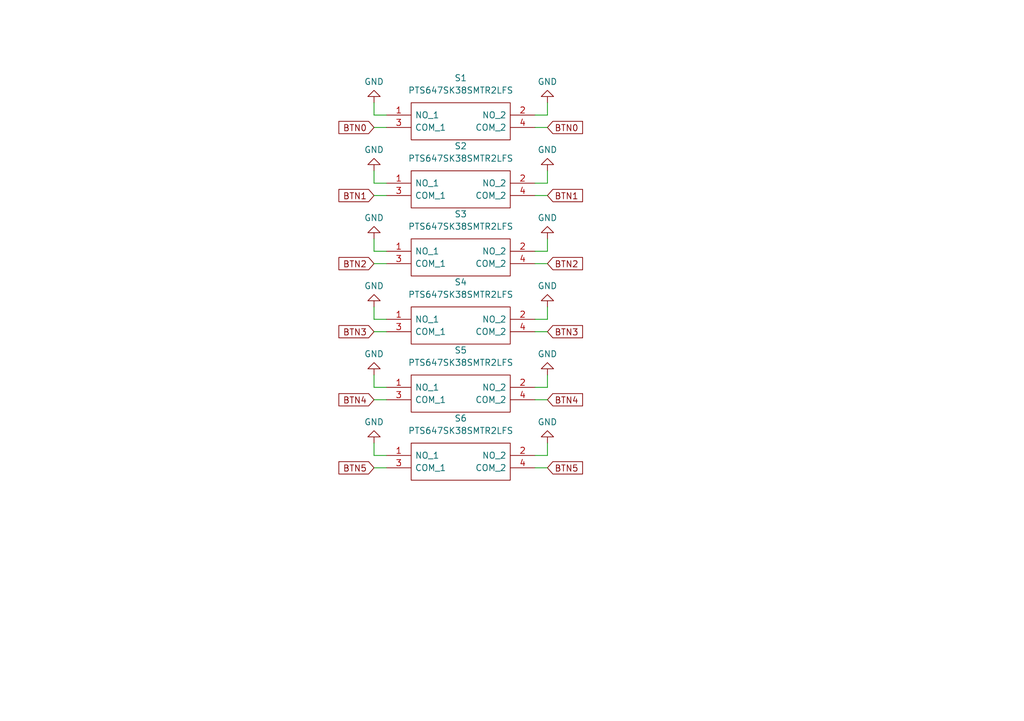
<source format=kicad_sch>
(kicad_sch (version 20230121) (generator eeschema)

  (uuid 071c0e49-9af2-4b6e-b723-dc6b5b3a4418)

  (paper "A5")

  (title_block
    (title "\"MicroKI\" - Digitale Zusatzanzeigen")
    (date "2023-12-09")
    (rev "P1.1")
    (company "Sascha Werblow aka. LitoWelt")
    (comment 1 "www.github.com/Xilent2010/MicroKI")
    (comment 2 "www.facebook.com/litowelt")
    (comment 3 "www.instagram.com/litowelt")
  )

  (lib_symbols
    (symbol "SamacSys_Parts:PTS647SK38SMTR2LFS" (pin_names (offset 0.762)) (in_bom yes) (on_board yes)
      (property "Reference" "S" (at 26.67 7.62 0)
        (effects (font (size 1.27 1.27)) (justify left))
      )
      (property "Value" "PTS647SK38SMTR2LFS" (at 26.67 5.08 0)
        (effects (font (size 1.27 1.27)) (justify left))
      )
      (property "Footprint" "PTS647SK38SMTR2LFS" (at 26.67 2.54 0)
        (effects (font (size 1.27 1.27)) (justify left) hide)
      )
      (property "Datasheet" "https://www.ckswitches.com/media/2567/pts647.pdf" (at 26.67 0 0)
        (effects (font (size 1.27 1.27)) (justify left) hide)
      )
      (property "Description" "Tactile Switches 50mA 12VDC, 2.5N 3.8mm H, G leads" (at 26.67 -2.54 0)
        (effects (font (size 1.27 1.27)) (justify left) hide)
      )
      (property "Height" "3.8" (at 26.67 -5.08 0)
        (effects (font (size 1.27 1.27)) (justify left) hide)
      )
      (property "Mouser Part Number" "611-PTS647SK38SMTR2L" (at 26.67 -7.62 0)
        (effects (font (size 1.27 1.27)) (justify left) hide)
      )
      (property "Mouser Price/Stock" "https://www.mouser.co.uk/ProductDetail/CK/PTS647SK38SMTR2LFS?qs=PqoDHHvF649Jgx1Ch2uMjg%3D%3D" (at 26.67 -10.16 0)
        (effects (font (size 1.27 1.27)) (justify left) hide)
      )
      (property "Manufacturer_Name" "C & K COMPONENTS" (at 26.67 -12.7 0)
        (effects (font (size 1.27 1.27)) (justify left) hide)
      )
      (property "Manufacturer_Part_Number" "PTS647SK38SMTR2LFS" (at 26.67 -15.24 0)
        (effects (font (size 1.27 1.27)) (justify left) hide)
      )
      (property "ki_description" "Tactile Switches 50mA 12VDC, 2.5N 3.8mm H, G leads" (at 0 0 0)
        (effects (font (size 1.27 1.27)) hide)
      )
      (symbol "PTS647SK38SMTR2LFS_0_0"
        (pin passive line (at 0 0 0) (length 5.08)
          (name "NO_1" (effects (font (size 1.27 1.27))))
          (number "1" (effects (font (size 1.27 1.27))))
        )
        (pin passive line (at 30.48 0 180) (length 5.08)
          (name "NO_2" (effects (font (size 1.27 1.27))))
          (number "2" (effects (font (size 1.27 1.27))))
        )
        (pin passive line (at 0 -2.54 0) (length 5.08)
          (name "COM_1" (effects (font (size 1.27 1.27))))
          (number "3" (effects (font (size 1.27 1.27))))
        )
        (pin passive line (at 30.48 -2.54 180) (length 5.08)
          (name "COM_2" (effects (font (size 1.27 1.27))))
          (number "4" (effects (font (size 1.27 1.27))))
        )
      )
      (symbol "PTS647SK38SMTR2LFS_0_1"
        (polyline
          (pts
            (xy 5.08 2.54)
            (xy 25.4 2.54)
            (xy 25.4 -5.08)
            (xy 5.08 -5.08)
            (xy 5.08 2.54)
          )
          (stroke (width 0.1524) (type solid))
          (fill (type none))
        )
      )
    )
    (symbol "power:GND" (power) (pin_names (offset 0)) (in_bom yes) (on_board yes)
      (property "Reference" "#PWR" (at 0 -6.35 0)
        (effects (font (size 1.27 1.27)) hide)
      )
      (property "Value" "GND" (at 0 -3.81 0)
        (effects (font (size 1.27 1.27)))
      )
      (property "Footprint" "" (at 0 0 0)
        (effects (font (size 1.27 1.27)) hide)
      )
      (property "Datasheet" "" (at 0 0 0)
        (effects (font (size 1.27 1.27)) hide)
      )
      (property "ki_keywords" "global power" (at 0 0 0)
        (effects (font (size 1.27 1.27)) hide)
      )
      (property "ki_description" "Power symbol creates a global label with name \"GND\" , ground" (at 0 0 0)
        (effects (font (size 1.27 1.27)) hide)
      )
      (symbol "GND_0_1"
        (polyline
          (pts
            (xy 0 0)
            (xy 0 -1.27)
            (xy 1.27 -1.27)
            (xy 0 -2.54)
            (xy -1.27 -1.27)
            (xy 0 -1.27)
          )
          (stroke (width 0) (type default))
          (fill (type none))
        )
      )
      (symbol "GND_1_1"
        (pin power_in line (at 0 0 270) (length 0) hide
          (name "GND" (effects (font (size 1.27 1.27))))
          (number "1" (effects (font (size 1.27 1.27))))
        )
      )
    )
  )


  (wire (pts (xy 112.268 49.022) (xy 112.268 51.562))
    (stroke (width 0) (type default))
    (uuid 044c4851-8340-4135-940a-ecab517fa654)
  )
  (wire (pts (xy 109.728 40.132) (xy 112.268 40.132))
    (stroke (width 0) (type default))
    (uuid 05084c41-f63e-446f-bec4-d83546883a2e)
  )
  (wire (pts (xy 112.268 90.932) (xy 112.268 93.472))
    (stroke (width 0) (type default))
    (uuid 150b37b9-a4c7-4036-81b3-71767896aadf)
  )
  (wire (pts (xy 109.728 54.102) (xy 112.268 54.102))
    (stroke (width 0) (type default))
    (uuid 1aaf6489-bc01-4b2c-8af1-62bbd79832fa)
  )
  (wire (pts (xy 76.708 96.012) (xy 79.248 96.012))
    (stroke (width 0) (type default))
    (uuid 21db772a-b2b7-4dfb-ba40-70f1cf555bea)
  )
  (wire (pts (xy 76.708 65.532) (xy 79.248 65.532))
    (stroke (width 0) (type default))
    (uuid 23e9e032-eb69-4cf6-98ab-b50484862307)
  )
  (wire (pts (xy 109.728 96.012) (xy 112.268 96.012))
    (stroke (width 0) (type default))
    (uuid 23eb7f95-10fe-4dbd-98a9-bde3b0d5dfe2)
  )
  (wire (pts (xy 76.708 23.622) (xy 79.248 23.622))
    (stroke (width 0) (type default))
    (uuid 250cee4c-d703-446a-ae7c-9ef880e4a55f)
  )
  (wire (pts (xy 76.708 51.562) (xy 79.248 51.562))
    (stroke (width 0) (type default))
    (uuid 291b9169-69b1-4778-bc9b-38ea3e6fdc0c)
  )
  (wire (pts (xy 76.708 93.472) (xy 79.248 93.472))
    (stroke (width 0) (type default))
    (uuid 33dd9efc-8a09-4f2a-b900-9601065265d7)
  )
  (wire (pts (xy 76.708 90.932) (xy 76.708 93.472))
    (stroke (width 0) (type default))
    (uuid 3741554f-35fa-44b4-bcc6-b0f55761e7e7)
  )
  (wire (pts (xy 109.728 65.532) (xy 112.268 65.532))
    (stroke (width 0) (type default))
    (uuid 42843507-3228-4f80-a6ff-238744a530b3)
  )
  (wire (pts (xy 76.708 68.072) (xy 79.248 68.072))
    (stroke (width 0) (type default))
    (uuid 447cd6ec-a838-4d23-b658-f6961ee28d4e)
  )
  (wire (pts (xy 109.728 79.502) (xy 112.268 79.502))
    (stroke (width 0) (type default))
    (uuid 4b092dfa-280c-4bff-b7db-4b4114924f3e)
  )
  (wire (pts (xy 76.708 26.162) (xy 79.248 26.162))
    (stroke (width 0) (type default))
    (uuid 5a065df7-5f58-43b9-9af3-73bdf2b2c263)
  )
  (wire (pts (xy 109.728 37.592) (xy 112.268 37.592))
    (stroke (width 0) (type default))
    (uuid 5ac8bf10-32b0-497b-b9fd-92a2eb3a3155)
  )
  (wire (pts (xy 109.728 26.162) (xy 112.268 26.162))
    (stroke (width 0) (type default))
    (uuid 65854866-f475-4b40-a497-7e22369bf277)
  )
  (wire (pts (xy 109.728 51.562) (xy 112.268 51.562))
    (stroke (width 0) (type default))
    (uuid 7adf3d48-60d3-4a58-8c76-cb933255e1e0)
  )
  (wire (pts (xy 109.728 68.072) (xy 112.268 68.072))
    (stroke (width 0) (type default))
    (uuid 7bc48edb-7818-472a-b016-2f0ab8cf19fa)
  )
  (wire (pts (xy 112.268 76.962) (xy 112.268 79.502))
    (stroke (width 0) (type default))
    (uuid 7c3eaa43-6f27-4659-a0c2-0f40b8d1852e)
  )
  (wire (pts (xy 109.728 23.622) (xy 112.268 23.622))
    (stroke (width 0) (type default))
    (uuid 7c6f40b2-3103-4faa-a486-7038db50001e)
  )
  (wire (pts (xy 112.268 21.082) (xy 112.268 23.622))
    (stroke (width 0) (type default))
    (uuid 8130b5d3-4b9a-44df-ab81-c4022cf14a1e)
  )
  (wire (pts (xy 76.708 76.962) (xy 76.708 79.502))
    (stroke (width 0) (type default))
    (uuid 8bfce9e1-42b3-4cd7-be01-39c6291d830c)
  )
  (wire (pts (xy 109.728 93.472) (xy 112.268 93.472))
    (stroke (width 0) (type default))
    (uuid 9601492a-9d80-4603-815a-11f236696c2d)
  )
  (wire (pts (xy 76.708 40.132) (xy 79.248 40.132))
    (stroke (width 0) (type default))
    (uuid 9c04e1b3-c62f-4730-88cf-780cd7fe9128)
  )
  (wire (pts (xy 109.728 82.042) (xy 112.268 82.042))
    (stroke (width 0) (type default))
    (uuid a4228d93-8ffe-43cb-8169-b26de72ced21)
  )
  (wire (pts (xy 76.708 49.022) (xy 76.708 51.562))
    (stroke (width 0) (type default))
    (uuid a59ebe1d-2622-4a89-8d46-fe0aa14e9066)
  )
  (wire (pts (xy 76.708 37.592) (xy 79.248 37.592))
    (stroke (width 0) (type default))
    (uuid be0ff5ad-1dc4-47c6-b976-73d4f63a07f0)
  )
  (wire (pts (xy 76.708 62.992) (xy 76.708 65.532))
    (stroke (width 0) (type default))
    (uuid c6e51f59-ca81-491a-b315-3b12cff957e7)
  )
  (wire (pts (xy 76.708 54.102) (xy 79.248 54.102))
    (stroke (width 0) (type default))
    (uuid d954c7e6-c37b-4337-bfd1-e1f713585234)
  )
  (wire (pts (xy 76.708 79.502) (xy 79.248 79.502))
    (stroke (width 0) (type default))
    (uuid da91612f-7176-458c-ae28-b81844775ca3)
  )
  (wire (pts (xy 112.268 62.992) (xy 112.268 65.532))
    (stroke (width 0) (type default))
    (uuid ddcbd40e-841f-4063-aab1-b85ed5dbdb5f)
  )
  (wire (pts (xy 76.708 82.042) (xy 79.248 82.042))
    (stroke (width 0) (type default))
    (uuid e693d00a-90aa-4f61-8ba8-90755e5a7f26)
  )
  (wire (pts (xy 76.708 35.052) (xy 76.708 37.592))
    (stroke (width 0) (type default))
    (uuid ead9cd4f-9634-4b12-bf67-11471b164d69)
  )
  (wire (pts (xy 112.268 35.052) (xy 112.268 37.592))
    (stroke (width 0) (type default))
    (uuid fb755c75-8785-44f0-ac85-915ae2d7e7bf)
  )
  (wire (pts (xy 76.708 21.082) (xy 76.708 23.622))
    (stroke (width 0) (type default))
    (uuid fd303f56-6950-4ec1-a11c-a91a83be434a)
  )

  (global_label "BTN4" (shape input) (at 76.708 82.042 180) (fields_autoplaced)
    (effects (font (size 1.27 1.27)) (justify right))
    (uuid 02f6de7d-cd5b-4cec-9b16-1d75bedfa7cc)
    (property "Intersheetrefs" "${INTERSHEET_REFS}" (at 68.9452 82.042 0)
      (effects (font (size 1.27 1.27)) (justify right) hide)
    )
  )
  (global_label "BTN1" (shape input) (at 76.708 40.132 180) (fields_autoplaced)
    (effects (font (size 1.27 1.27)) (justify right))
    (uuid 0601b69c-2bcc-40fa-83d6-e3dab80cbcff)
    (property "Intersheetrefs" "${INTERSHEET_REFS}" (at 68.9452 40.132 0)
      (effects (font (size 1.27 1.27)) (justify right) hide)
    )
  )
  (global_label "BTN5" (shape input) (at 76.708 96.012 180) (fields_autoplaced)
    (effects (font (size 1.27 1.27)) (justify right))
    (uuid 07db56b8-45d2-428f-9954-3f0777d5d2e4)
    (property "Intersheetrefs" "${INTERSHEET_REFS}" (at 68.9452 96.012 0)
      (effects (font (size 1.27 1.27)) (justify right) hide)
    )
  )
  (global_label "BTN4" (shape input) (at 112.268 82.042 0) (fields_autoplaced)
    (effects (font (size 1.27 1.27)) (justify left))
    (uuid 241d1937-36ce-4088-8203-d91ef421ff9c)
    (property "Intersheetrefs" "${INTERSHEET_REFS}" (at 120.0308 82.042 0)
      (effects (font (size 1.27 1.27)) (justify left) hide)
    )
  )
  (global_label "BTN0" (shape input) (at 112.268 26.162 0) (fields_autoplaced)
    (effects (font (size 1.27 1.27)) (justify left))
    (uuid 3f3cae40-76b5-4877-8040-9fced3d75b61)
    (property "Intersheetrefs" "${INTERSHEET_REFS}" (at 120.0308 26.162 0)
      (effects (font (size 1.27 1.27)) (justify left) hide)
    )
  )
  (global_label "BTN2" (shape input) (at 112.268 54.102 0) (fields_autoplaced)
    (effects (font (size 1.27 1.27)) (justify left))
    (uuid 91a24616-2746-4600-b714-dbe19c0ff3a0)
    (property "Intersheetrefs" "${INTERSHEET_REFS}" (at 120.0308 54.102 0)
      (effects (font (size 1.27 1.27)) (justify left) hide)
    )
  )
  (global_label "BTN1" (shape input) (at 112.268 40.132 0) (fields_autoplaced)
    (effects (font (size 1.27 1.27)) (justify left))
    (uuid 9e5ceff4-8253-4ae7-8e2f-9b504ca55ca8)
    (property "Intersheetrefs" "${INTERSHEET_REFS}" (at 120.0308 40.132 0)
      (effects (font (size 1.27 1.27)) (justify left) hide)
    )
  )
  (global_label "BTN2" (shape input) (at 76.708 54.102 180) (fields_autoplaced)
    (effects (font (size 1.27 1.27)) (justify right))
    (uuid b0940b59-7f85-4ae9-bec8-ac554586ff35)
    (property "Intersheetrefs" "${INTERSHEET_REFS}" (at 68.9452 54.102 0)
      (effects (font (size 1.27 1.27)) (justify right) hide)
    )
  )
  (global_label "BTN3" (shape input) (at 112.268 68.072 0) (fields_autoplaced)
    (effects (font (size 1.27 1.27)) (justify left))
    (uuid cb14ba60-90be-4539-bcfc-80ecd2d68f60)
    (property "Intersheetrefs" "${INTERSHEET_REFS}" (at 120.0308 68.072 0)
      (effects (font (size 1.27 1.27)) (justify left) hide)
    )
  )
  (global_label "BTN3" (shape input) (at 76.708 68.072 180) (fields_autoplaced)
    (effects (font (size 1.27 1.27)) (justify right))
    (uuid d6d99b13-3742-4b01-a2e6-17776253f7f6)
    (property "Intersheetrefs" "${INTERSHEET_REFS}" (at 68.9452 68.072 0)
      (effects (font (size 1.27 1.27)) (justify right) hide)
    )
  )
  (global_label "BTN5" (shape input) (at 112.268 96.012 0) (fields_autoplaced)
    (effects (font (size 1.27 1.27)) (justify left))
    (uuid db7e5b2e-0e41-4e88-a15d-8a94814d5d73)
    (property "Intersheetrefs" "${INTERSHEET_REFS}" (at 120.0308 96.012 0)
      (effects (font (size 1.27 1.27)) (justify left) hide)
    )
  )
  (global_label "BTN0" (shape input) (at 76.708 26.162 180) (fields_autoplaced)
    (effects (font (size 1.27 1.27)) (justify right))
    (uuid ed22e3c0-582f-4b24-b2ee-27a51bcf0b63)
    (property "Intersheetrefs" "${INTERSHEET_REFS}" (at 68.9452 26.162 0)
      (effects (font (size 1.27 1.27)) (justify right) hide)
    )
  )

  (symbol (lib_id "power:GND") (at 112.268 21.082 180) (unit 1)
    (in_bom yes) (on_board yes) (dnp no) (fields_autoplaced)
    (uuid 02b99bc0-350c-42d6-ae0a-0a024d035255)
    (property "Reference" "#PWR07" (at 112.268 14.732 0)
      (effects (font (size 1.27 1.27)) hide)
    )
    (property "Value" "GND" (at 112.268 16.764 0)
      (effects (font (size 1.27 1.27)))
    )
    (property "Footprint" "" (at 112.268 21.082 0)
      (effects (font (size 1.27 1.27)) hide)
    )
    (property "Datasheet" "" (at 112.268 21.082 0)
      (effects (font (size 1.27 1.27)) hide)
    )
    (pin "1" (uuid 2dd0df6c-1df5-4a50-a706-afac43a14375))
    (instances
      (project "MicroKI"
        (path "/b52cb6cc-e548-4f7b-a39a-793f2389ec7d"
          (reference "#PWR07") (unit 1)
        )
        (path "/b52cb6cc-e548-4f7b-a39a-793f2389ec7d/ad0ee5e8-e899-46b0-bb9a-6a97ed789193"
          (reference "#PWR0103") (unit 1)
        )
      )
    )
  )

  (symbol (lib_id "power:GND") (at 112.268 62.992 180) (unit 1)
    (in_bom yes) (on_board yes) (dnp no) (fields_autoplaced)
    (uuid 053ee8a9-f579-4ce8-b87f-24b894bfc0c7)
    (property "Reference" "#PWR010" (at 112.268 56.642 0)
      (effects (font (size 1.27 1.27)) hide)
    )
    (property "Value" "GND" (at 112.268 58.674 0)
      (effects (font (size 1.27 1.27)))
    )
    (property "Footprint" "" (at 112.268 62.992 0)
      (effects (font (size 1.27 1.27)) hide)
    )
    (property "Datasheet" "" (at 112.268 62.992 0)
      (effects (font (size 1.27 1.27)) hide)
    )
    (pin "1" (uuid 2bebdb9a-1518-40f0-8b75-f1dc848dc9c8))
    (instances
      (project "MicroKI"
        (path "/b52cb6cc-e548-4f7b-a39a-793f2389ec7d"
          (reference "#PWR010") (unit 1)
        )
        (path "/b52cb6cc-e548-4f7b-a39a-793f2389ec7d/ad0ee5e8-e899-46b0-bb9a-6a97ed789193"
          (reference "#PWR0106") (unit 1)
        )
      )
    )
  )

  (symbol (lib_id "SamacSys_Parts:PTS647SK38SMTR2LFS") (at 79.248 79.502 0) (unit 1)
    (in_bom yes) (on_board yes) (dnp no) (fields_autoplaced)
    (uuid 06b4fb29-f849-4cee-b24a-1fe078131aee)
    (property "Reference" "S5" (at 94.488 71.882 0)
      (effects (font (size 1.27 1.27)))
    )
    (property "Value" "PTS647SK38SMTR2LFS" (at 94.488 74.422 0)
      (effects (font (size 1.27 1.27)))
    )
    (property "Footprint" "SamacSys_Parts:PTS647SK38SMTR2LFS" (at 105.918 76.962 0)
      (effects (font (size 1.27 1.27)) (justify left) hide)
    )
    (property "Datasheet" "https://www.ckswitches.com/media/2567/pts647.pdf" (at 105.918 79.502 0)
      (effects (font (size 1.27 1.27)) (justify left) hide)
    )
    (property "Description" "Tactile Switches 50mA 12VDC, 2.5N 3.8mm H, G leads" (at 105.918 82.042 0)
      (effects (font (size 1.27 1.27)) (justify left) hide)
    )
    (property "Height" "3.8" (at 105.918 84.582 0)
      (effects (font (size 1.27 1.27)) (justify left) hide)
    )
    (property "Mouser Part Number" "611-PTS647SK38SMTR2L" (at 105.918 87.122 0)
      (effects (font (size 1.27 1.27)) (justify left) hide)
    )
    (property "Mouser Price/Stock" "https://www.mouser.co.uk/ProductDetail/CK/PTS647SK38SMTR2LFS?qs=PqoDHHvF649Jgx1Ch2uMjg%3D%3D" (at 105.918 89.662 0)
      (effects (font (size 1.27 1.27)) (justify left) hide)
    )
    (property "Manufacturer_Name" "C & K COMPONENTS" (at 105.918 92.202 0)
      (effects (font (size 1.27 1.27)) (justify left) hide)
    )
    (property "Manufacturer_Part_Number" "PTS647SK38SMTR2LFS" (at 105.918 94.742 0)
      (effects (font (size 1.27 1.27)) (justify left) hide)
    )
    (pin "1" (uuid bb68c960-0b5b-4b78-a8df-fd30e46d06be))
    (pin "2" (uuid cbd56551-9feb-4e66-bec1-972ca1ffcb45))
    (pin "3" (uuid f6ecbe0e-f377-4e10-af7d-3173b2c05d19))
    (pin "4" (uuid bd07aa28-498f-4215-84ff-7abac2e3e124))
    (instances
      (project "MicroKI"
        (path "/b52cb6cc-e548-4f7b-a39a-793f2389ec7d"
          (reference "S5") (unit 1)
        )
        (path "/b52cb6cc-e548-4f7b-a39a-793f2389ec7d/ad0ee5e8-e899-46b0-bb9a-6a97ed789193"
          (reference "S5") (unit 1)
        )
      )
    )
  )

  (symbol (lib_id "power:GND") (at 76.708 21.082 180) (unit 1)
    (in_bom yes) (on_board yes) (dnp no) (fields_autoplaced)
    (uuid 0dc3800d-bae1-44ad-9143-2d9649f4542b)
    (property "Reference" "#PWR01" (at 76.708 14.732 0)
      (effects (font (size 1.27 1.27)) hide)
    )
    (property "Value" "GND" (at 76.708 16.764 0)
      (effects (font (size 1.27 1.27)))
    )
    (property "Footprint" "" (at 76.708 21.082 0)
      (effects (font (size 1.27 1.27)) hide)
    )
    (property "Datasheet" "" (at 76.708 21.082 0)
      (effects (font (size 1.27 1.27)) hide)
    )
    (pin "1" (uuid 11b2689f-0935-4d5f-97c7-ee626edce243))
    (instances
      (project "MicroKI"
        (path "/b52cb6cc-e548-4f7b-a39a-793f2389ec7d"
          (reference "#PWR01") (unit 1)
        )
        (path "/b52cb6cc-e548-4f7b-a39a-793f2389ec7d/ad0ee5e8-e899-46b0-bb9a-6a97ed789193"
          (reference "#PWR097") (unit 1)
        )
      )
    )
  )

  (symbol (lib_id "power:GND") (at 112.268 76.962 180) (unit 1)
    (in_bom yes) (on_board yes) (dnp no) (fields_autoplaced)
    (uuid 107c9262-bf0d-4412-b875-cd251330c90c)
    (property "Reference" "#PWR011" (at 112.268 70.612 0)
      (effects (font (size 1.27 1.27)) hide)
    )
    (property "Value" "GND" (at 112.268 72.644 0)
      (effects (font (size 1.27 1.27)))
    )
    (property "Footprint" "" (at 112.268 76.962 0)
      (effects (font (size 1.27 1.27)) hide)
    )
    (property "Datasheet" "" (at 112.268 76.962 0)
      (effects (font (size 1.27 1.27)) hide)
    )
    (pin "1" (uuid 8486d8b2-52ec-457f-ae35-cef13476b0ed))
    (instances
      (project "MicroKI"
        (path "/b52cb6cc-e548-4f7b-a39a-793f2389ec7d"
          (reference "#PWR011") (unit 1)
        )
        (path "/b52cb6cc-e548-4f7b-a39a-793f2389ec7d/ad0ee5e8-e899-46b0-bb9a-6a97ed789193"
          (reference "#PWR0107") (unit 1)
        )
      )
    )
  )

  (symbol (lib_id "power:GND") (at 76.708 35.052 180) (unit 1)
    (in_bom yes) (on_board yes) (dnp no) (fields_autoplaced)
    (uuid 186554aa-5c5e-4bee-93e2-cb8564041c08)
    (property "Reference" "#PWR02" (at 76.708 28.702 0)
      (effects (font (size 1.27 1.27)) hide)
    )
    (property "Value" "GND" (at 76.708 30.734 0)
      (effects (font (size 1.27 1.27)))
    )
    (property "Footprint" "" (at 76.708 35.052 0)
      (effects (font (size 1.27 1.27)) hide)
    )
    (property "Datasheet" "" (at 76.708 35.052 0)
      (effects (font (size 1.27 1.27)) hide)
    )
    (pin "1" (uuid 85357a63-9d81-4261-abcc-7ee1e88e9921))
    (instances
      (project "MicroKI"
        (path "/b52cb6cc-e548-4f7b-a39a-793f2389ec7d"
          (reference "#PWR02") (unit 1)
        )
        (path "/b52cb6cc-e548-4f7b-a39a-793f2389ec7d/ad0ee5e8-e899-46b0-bb9a-6a97ed789193"
          (reference "#PWR098") (unit 1)
        )
      )
    )
  )

  (symbol (lib_id "power:GND") (at 112.268 49.022 180) (unit 1)
    (in_bom yes) (on_board yes) (dnp no) (fields_autoplaced)
    (uuid 46609504-6695-4821-a342-fad8b3ea43a6)
    (property "Reference" "#PWR09" (at 112.268 42.672 0)
      (effects (font (size 1.27 1.27)) hide)
    )
    (property "Value" "GND" (at 112.268 44.704 0)
      (effects (font (size 1.27 1.27)))
    )
    (property "Footprint" "" (at 112.268 49.022 0)
      (effects (font (size 1.27 1.27)) hide)
    )
    (property "Datasheet" "" (at 112.268 49.022 0)
      (effects (font (size 1.27 1.27)) hide)
    )
    (pin "1" (uuid c7c44ff3-cd37-4b63-8fb1-77716659d757))
    (instances
      (project "MicroKI"
        (path "/b52cb6cc-e548-4f7b-a39a-793f2389ec7d"
          (reference "#PWR09") (unit 1)
        )
        (path "/b52cb6cc-e548-4f7b-a39a-793f2389ec7d/ad0ee5e8-e899-46b0-bb9a-6a97ed789193"
          (reference "#PWR0105") (unit 1)
        )
      )
    )
  )

  (symbol (lib_id "SamacSys_Parts:PTS647SK38SMTR2LFS") (at 79.248 65.532 0) (unit 1)
    (in_bom yes) (on_board yes) (dnp no) (fields_autoplaced)
    (uuid 600660a8-0831-4a4d-8699-da63ca86ed15)
    (property "Reference" "S4" (at 94.488 57.912 0)
      (effects (font (size 1.27 1.27)))
    )
    (property "Value" "PTS647SK38SMTR2LFS" (at 94.488 60.452 0)
      (effects (font (size 1.27 1.27)))
    )
    (property "Footprint" "SamacSys_Parts:PTS647SK38SMTR2LFS" (at 105.918 62.992 0)
      (effects (font (size 1.27 1.27)) (justify left) hide)
    )
    (property "Datasheet" "https://www.ckswitches.com/media/2567/pts647.pdf" (at 105.918 65.532 0)
      (effects (font (size 1.27 1.27)) (justify left) hide)
    )
    (property "Description" "Tactile Switches 50mA 12VDC, 2.5N 3.8mm H, G leads" (at 105.918 68.072 0)
      (effects (font (size 1.27 1.27)) (justify left) hide)
    )
    (property "Height" "3.8" (at 105.918 70.612 0)
      (effects (font (size 1.27 1.27)) (justify left) hide)
    )
    (property "Mouser Part Number" "611-PTS647SK38SMTR2L" (at 105.918 73.152 0)
      (effects (font (size 1.27 1.27)) (justify left) hide)
    )
    (property "Mouser Price/Stock" "https://www.mouser.co.uk/ProductDetail/CK/PTS647SK38SMTR2LFS?qs=PqoDHHvF649Jgx1Ch2uMjg%3D%3D" (at 105.918 75.692 0)
      (effects (font (size 1.27 1.27)) (justify left) hide)
    )
    (property "Manufacturer_Name" "C & K COMPONENTS" (at 105.918 78.232 0)
      (effects (font (size 1.27 1.27)) (justify left) hide)
    )
    (property "Manufacturer_Part_Number" "PTS647SK38SMTR2LFS" (at 105.918 80.772 0)
      (effects (font (size 1.27 1.27)) (justify left) hide)
    )
    (pin "1" (uuid c6e59082-42df-4839-96c7-c903ef33caac))
    (pin "2" (uuid 402f2515-622e-48de-8673-efbfc14133ed))
    (pin "3" (uuid 8f89b225-4693-4ed9-aac0-e2c96e8f69d7))
    (pin "4" (uuid 52defad6-dab0-4f7d-b78e-b77432fca3aa))
    (instances
      (project "MicroKI"
        (path "/b52cb6cc-e548-4f7b-a39a-793f2389ec7d"
          (reference "S4") (unit 1)
        )
        (path "/b52cb6cc-e548-4f7b-a39a-793f2389ec7d/ad0ee5e8-e899-46b0-bb9a-6a97ed789193"
          (reference "S4") (unit 1)
        )
      )
    )
  )

  (symbol (lib_id "SamacSys_Parts:PTS647SK38SMTR2LFS") (at 79.248 37.592 0) (unit 1)
    (in_bom yes) (on_board yes) (dnp no) (fields_autoplaced)
    (uuid 81f4a3e2-1e0e-48fa-ba77-62b409534c39)
    (property "Reference" "S2" (at 94.488 29.972 0)
      (effects (font (size 1.27 1.27)))
    )
    (property "Value" "PTS647SK38SMTR2LFS" (at 94.488 32.512 0)
      (effects (font (size 1.27 1.27)))
    )
    (property "Footprint" "SamacSys_Parts:PTS647SK38SMTR2LFS" (at 105.918 35.052 0)
      (effects (font (size 1.27 1.27)) (justify left) hide)
    )
    (property "Datasheet" "https://www.ckswitches.com/media/2567/pts647.pdf" (at 105.918 37.592 0)
      (effects (font (size 1.27 1.27)) (justify left) hide)
    )
    (property "Description" "Tactile Switches 50mA 12VDC, 2.5N 3.8mm H, G leads" (at 105.918 40.132 0)
      (effects (font (size 1.27 1.27)) (justify left) hide)
    )
    (property "Height" "3.8" (at 105.918 42.672 0)
      (effects (font (size 1.27 1.27)) (justify left) hide)
    )
    (property "Mouser Part Number" "611-PTS647SK38SMTR2L" (at 105.918 45.212 0)
      (effects (font (size 1.27 1.27)) (justify left) hide)
    )
    (property "Mouser Price/Stock" "https://www.mouser.co.uk/ProductDetail/CK/PTS647SK38SMTR2LFS?qs=PqoDHHvF649Jgx1Ch2uMjg%3D%3D" (at 105.918 47.752 0)
      (effects (font (size 1.27 1.27)) (justify left) hide)
    )
    (property "Manufacturer_Name" "C & K COMPONENTS" (at 105.918 50.292 0)
      (effects (font (size 1.27 1.27)) (justify left) hide)
    )
    (property "Manufacturer_Part_Number" "PTS647SK38SMTR2LFS" (at 105.918 52.832 0)
      (effects (font (size 1.27 1.27)) (justify left) hide)
    )
    (pin "1" (uuid 81e464cd-9301-4d6b-96c7-9bb3def061e3))
    (pin "2" (uuid 93305b08-54df-4e95-a807-e23585f89e72))
    (pin "3" (uuid f1fecd5d-637d-43ee-9919-03575d79aed5))
    (pin "4" (uuid 0a6b3897-7793-45cd-8781-6bae9f812ff3))
    (instances
      (project "MicroKI"
        (path "/b52cb6cc-e548-4f7b-a39a-793f2389ec7d"
          (reference "S2") (unit 1)
        )
        (path "/b52cb6cc-e548-4f7b-a39a-793f2389ec7d/ad0ee5e8-e899-46b0-bb9a-6a97ed789193"
          (reference "S2") (unit 1)
        )
      )
    )
  )

  (symbol (lib_id "power:GND") (at 76.708 62.992 180) (unit 1)
    (in_bom yes) (on_board yes) (dnp no) (fields_autoplaced)
    (uuid 8c5c9328-825b-47da-9fc0-6294b0187db9)
    (property "Reference" "#PWR04" (at 76.708 56.642 0)
      (effects (font (size 1.27 1.27)) hide)
    )
    (property "Value" "GND" (at 76.708 58.674 0)
      (effects (font (size 1.27 1.27)))
    )
    (property "Footprint" "" (at 76.708 62.992 0)
      (effects (font (size 1.27 1.27)) hide)
    )
    (property "Datasheet" "" (at 76.708 62.992 0)
      (effects (font (size 1.27 1.27)) hide)
    )
    (pin "1" (uuid a2fe28a2-82e9-415f-8133-3a7fa06d4a27))
    (instances
      (project "MicroKI"
        (path "/b52cb6cc-e548-4f7b-a39a-793f2389ec7d"
          (reference "#PWR04") (unit 1)
        )
        (path "/b52cb6cc-e548-4f7b-a39a-793f2389ec7d/ad0ee5e8-e899-46b0-bb9a-6a97ed789193"
          (reference "#PWR0100") (unit 1)
        )
      )
    )
  )

  (symbol (lib_id "power:GND") (at 76.708 76.962 180) (unit 1)
    (in_bom yes) (on_board yes) (dnp no) (fields_autoplaced)
    (uuid 99a31561-0eef-4d6d-b644-b52aedc2a06d)
    (property "Reference" "#PWR05" (at 76.708 70.612 0)
      (effects (font (size 1.27 1.27)) hide)
    )
    (property "Value" "GND" (at 76.708 72.644 0)
      (effects (font (size 1.27 1.27)))
    )
    (property "Footprint" "" (at 76.708 76.962 0)
      (effects (font (size 1.27 1.27)) hide)
    )
    (property "Datasheet" "" (at 76.708 76.962 0)
      (effects (font (size 1.27 1.27)) hide)
    )
    (pin "1" (uuid bbc09753-1ea0-46a7-a881-90cdf13348da))
    (instances
      (project "MicroKI"
        (path "/b52cb6cc-e548-4f7b-a39a-793f2389ec7d"
          (reference "#PWR05") (unit 1)
        )
        (path "/b52cb6cc-e548-4f7b-a39a-793f2389ec7d/ad0ee5e8-e899-46b0-bb9a-6a97ed789193"
          (reference "#PWR0101") (unit 1)
        )
      )
    )
  )

  (symbol (lib_id "SamacSys_Parts:PTS647SK38SMTR2LFS") (at 79.248 51.562 0) (unit 1)
    (in_bom yes) (on_board yes) (dnp no) (fields_autoplaced)
    (uuid 9c94848d-5ae5-4235-8350-18522a6cd86f)
    (property "Reference" "S3" (at 94.488 43.942 0)
      (effects (font (size 1.27 1.27)))
    )
    (property "Value" "PTS647SK38SMTR2LFS" (at 94.488 46.482 0)
      (effects (font (size 1.27 1.27)))
    )
    (property "Footprint" "SamacSys_Parts:PTS647SK38SMTR2LFS" (at 105.918 49.022 0)
      (effects (font (size 1.27 1.27)) (justify left) hide)
    )
    (property "Datasheet" "https://www.ckswitches.com/media/2567/pts647.pdf" (at 105.918 51.562 0)
      (effects (font (size 1.27 1.27)) (justify left) hide)
    )
    (property "Description" "Tactile Switches 50mA 12VDC, 2.5N 3.8mm H, G leads" (at 105.918 54.102 0)
      (effects (font (size 1.27 1.27)) (justify left) hide)
    )
    (property "Height" "3.8" (at 105.918 56.642 0)
      (effects (font (size 1.27 1.27)) (justify left) hide)
    )
    (property "Mouser Part Number" "611-PTS647SK38SMTR2L" (at 105.918 59.182 0)
      (effects (font (size 1.27 1.27)) (justify left) hide)
    )
    (property "Mouser Price/Stock" "https://www.mouser.co.uk/ProductDetail/CK/PTS647SK38SMTR2LFS?qs=PqoDHHvF649Jgx1Ch2uMjg%3D%3D" (at 105.918 61.722 0)
      (effects (font (size 1.27 1.27)) (justify left) hide)
    )
    (property "Manufacturer_Name" "C & K COMPONENTS" (at 105.918 64.262 0)
      (effects (font (size 1.27 1.27)) (justify left) hide)
    )
    (property "Manufacturer_Part_Number" "PTS647SK38SMTR2LFS" (at 105.918 66.802 0)
      (effects (font (size 1.27 1.27)) (justify left) hide)
    )
    (pin "1" (uuid efdfc9ce-5345-49b8-9d4b-c0718642aee8))
    (pin "2" (uuid b61a02c9-106d-4990-a422-26cbb84a817d))
    (pin "3" (uuid 3ed8d4fb-db63-4be9-ae8c-8ac9a23c9bf7))
    (pin "4" (uuid 9b2c11ee-c7fa-4adb-bf7c-d31f2c8ef9ec))
    (instances
      (project "MicroKI"
        (path "/b52cb6cc-e548-4f7b-a39a-793f2389ec7d"
          (reference "S3") (unit 1)
        )
        (path "/b52cb6cc-e548-4f7b-a39a-793f2389ec7d/ad0ee5e8-e899-46b0-bb9a-6a97ed789193"
          (reference "S3") (unit 1)
        )
      )
    )
  )

  (symbol (lib_id "SamacSys_Parts:PTS647SK38SMTR2LFS") (at 79.248 93.472 0) (unit 1)
    (in_bom yes) (on_board yes) (dnp no) (fields_autoplaced)
    (uuid c7efc548-3a4c-47e6-aaf5-09be0f4669d2)
    (property "Reference" "S6" (at 94.488 85.852 0)
      (effects (font (size 1.27 1.27)))
    )
    (property "Value" "PTS647SK38SMTR2LFS" (at 94.488 88.392 0)
      (effects (font (size 1.27 1.27)))
    )
    (property "Footprint" "SamacSys_Parts:PTS647SK38SMTR2LFS" (at 105.918 90.932 0)
      (effects (font (size 1.27 1.27)) (justify left) hide)
    )
    (property "Datasheet" "https://www.ckswitches.com/media/2567/pts647.pdf" (at 105.918 93.472 0)
      (effects (font (size 1.27 1.27)) (justify left) hide)
    )
    (property "Description" "Tactile Switches 50mA 12VDC, 2.5N 3.8mm H, G leads" (at 105.918 96.012 0)
      (effects (font (size 1.27 1.27)) (justify left) hide)
    )
    (property "Height" "3.8" (at 105.918 98.552 0)
      (effects (font (size 1.27 1.27)) (justify left) hide)
    )
    (property "Mouser Part Number" "611-PTS647SK38SMTR2L" (at 105.918 101.092 0)
      (effects (font (size 1.27 1.27)) (justify left) hide)
    )
    (property "Mouser Price/Stock" "https://www.mouser.co.uk/ProductDetail/CK/PTS647SK38SMTR2LFS?qs=PqoDHHvF649Jgx1Ch2uMjg%3D%3D" (at 105.918 103.632 0)
      (effects (font (size 1.27 1.27)) (justify left) hide)
    )
    (property "Manufacturer_Name" "C & K COMPONENTS" (at 105.918 106.172 0)
      (effects (font (size 1.27 1.27)) (justify left) hide)
    )
    (property "Manufacturer_Part_Number" "PTS647SK38SMTR2LFS" (at 105.918 108.712 0)
      (effects (font (size 1.27 1.27)) (justify left) hide)
    )
    (pin "1" (uuid 5498feb6-20c9-482c-a1b0-8eb03299219e))
    (pin "2" (uuid f4a07127-f4c4-4d62-985f-c2addbea18ea))
    (pin "3" (uuid 3b266467-0793-4a07-b1fb-d2a98a781bfb))
    (pin "4" (uuid 55d565b6-b757-40ed-b166-4cf05080c9a4))
    (instances
      (project "MicroKI"
        (path "/b52cb6cc-e548-4f7b-a39a-793f2389ec7d"
          (reference "S6") (unit 1)
        )
        (path "/b52cb6cc-e548-4f7b-a39a-793f2389ec7d/ad0ee5e8-e899-46b0-bb9a-6a97ed789193"
          (reference "S6") (unit 1)
        )
      )
    )
  )

  (symbol (lib_id "power:GND") (at 76.708 90.932 180) (unit 1)
    (in_bom yes) (on_board yes) (dnp no) (fields_autoplaced)
    (uuid d04520e6-3da9-44ac-9a58-aa6137177712)
    (property "Reference" "#PWR06" (at 76.708 84.582 0)
      (effects (font (size 1.27 1.27)) hide)
    )
    (property "Value" "GND" (at 76.708 86.614 0)
      (effects (font (size 1.27 1.27)))
    )
    (property "Footprint" "" (at 76.708 90.932 0)
      (effects (font (size 1.27 1.27)) hide)
    )
    (property "Datasheet" "" (at 76.708 90.932 0)
      (effects (font (size 1.27 1.27)) hide)
    )
    (pin "1" (uuid 61947a70-3482-4c3c-8ea2-3718d90fbdbe))
    (instances
      (project "MicroKI"
        (path "/b52cb6cc-e548-4f7b-a39a-793f2389ec7d"
          (reference "#PWR06") (unit 1)
        )
        (path "/b52cb6cc-e548-4f7b-a39a-793f2389ec7d/ad0ee5e8-e899-46b0-bb9a-6a97ed789193"
          (reference "#PWR0102") (unit 1)
        )
      )
    )
  )

  (symbol (lib_id "power:GND") (at 112.268 35.052 180) (unit 1)
    (in_bom yes) (on_board yes) (dnp no) (fields_autoplaced)
    (uuid d80fba37-1998-4b21-a76c-94b5f2c54b0a)
    (property "Reference" "#PWR08" (at 112.268 28.702 0)
      (effects (font (size 1.27 1.27)) hide)
    )
    (property "Value" "GND" (at 112.268 30.734 0)
      (effects (font (size 1.27 1.27)))
    )
    (property "Footprint" "" (at 112.268 35.052 0)
      (effects (font (size 1.27 1.27)) hide)
    )
    (property "Datasheet" "" (at 112.268 35.052 0)
      (effects (font (size 1.27 1.27)) hide)
    )
    (pin "1" (uuid 1f9aaa26-566d-4943-8ea7-6a2b0e1c53b1))
    (instances
      (project "MicroKI"
        (path "/b52cb6cc-e548-4f7b-a39a-793f2389ec7d"
          (reference "#PWR08") (unit 1)
        )
        (path "/b52cb6cc-e548-4f7b-a39a-793f2389ec7d/ad0ee5e8-e899-46b0-bb9a-6a97ed789193"
          (reference "#PWR0104") (unit 1)
        )
      )
    )
  )

  (symbol (lib_id "SamacSys_Parts:PTS647SK38SMTR2LFS") (at 79.248 23.622 0) (unit 1)
    (in_bom yes) (on_board yes) (dnp no) (fields_autoplaced)
    (uuid d951b3b0-b72f-4b72-a04e-ef126ca1f669)
    (property "Reference" "S1" (at 94.488 16.002 0)
      (effects (font (size 1.27 1.27)))
    )
    (property "Value" "PTS647SK38SMTR2LFS" (at 94.488 18.542 0)
      (effects (font (size 1.27 1.27)))
    )
    (property "Footprint" "SamacSys_Parts:PTS647SK38SMTR2LFS" (at 105.918 21.082 0)
      (effects (font (size 1.27 1.27)) (justify left) hide)
    )
    (property "Datasheet" "https://www.ckswitches.com/media/2567/pts647.pdf" (at 105.918 23.622 0)
      (effects (font (size 1.27 1.27)) (justify left) hide)
    )
    (property "Description" "Tactile Switches 50mA 12VDC, 2.5N 3.8mm H, G leads" (at 105.918 26.162 0)
      (effects (font (size 1.27 1.27)) (justify left) hide)
    )
    (property "Height" "3.8" (at 105.918 28.702 0)
      (effects (font (size 1.27 1.27)) (justify left) hide)
    )
    (property "Mouser Part Number" "611-PTS647SK38SMTR2L" (at 105.918 31.242 0)
      (effects (font (size 1.27 1.27)) (justify left) hide)
    )
    (property "Mouser Price/Stock" "https://www.mouser.co.uk/ProductDetail/CK/PTS647SK38SMTR2LFS?qs=PqoDHHvF649Jgx1Ch2uMjg%3D%3D" (at 105.918 33.782 0)
      (effects (font (size 1.27 1.27)) (justify left) hide)
    )
    (property "Manufacturer_Name" "C & K COMPONENTS" (at 105.918 36.322 0)
      (effects (font (size 1.27 1.27)) (justify left) hide)
    )
    (property "Manufacturer_Part_Number" "PTS647SK38SMTR2LFS" (at 105.918 38.862 0)
      (effects (font (size 1.27 1.27)) (justify left) hide)
    )
    (pin "1" (uuid ba48fb3c-6290-4ce3-9d41-af9f0f225882))
    (pin "2" (uuid 3dd02070-ba65-478d-9923-d11b5b4e957f))
    (pin "3" (uuid ce750332-2b3e-4608-8e96-af981e3587f7))
    (pin "4" (uuid 4e45667e-c6ae-4627-a094-c346308bedec))
    (instances
      (project "MicroKI"
        (path "/b52cb6cc-e548-4f7b-a39a-793f2389ec7d"
          (reference "S1") (unit 1)
        )
        (path "/b52cb6cc-e548-4f7b-a39a-793f2389ec7d/ad0ee5e8-e899-46b0-bb9a-6a97ed789193"
          (reference "S1") (unit 1)
        )
      )
    )
  )

  (symbol (lib_id "power:GND") (at 76.708 49.022 180) (unit 1)
    (in_bom yes) (on_board yes) (dnp no) (fields_autoplaced)
    (uuid e3747760-5202-4d12-b93b-26be29145ac3)
    (property "Reference" "#PWR03" (at 76.708 42.672 0)
      (effects (font (size 1.27 1.27)) hide)
    )
    (property "Value" "GND" (at 76.708 44.704 0)
      (effects (font (size 1.27 1.27)))
    )
    (property "Footprint" "" (at 76.708 49.022 0)
      (effects (font (size 1.27 1.27)) hide)
    )
    (property "Datasheet" "" (at 76.708 49.022 0)
      (effects (font (size 1.27 1.27)) hide)
    )
    (pin "1" (uuid 68a4b046-04c2-408b-9499-b7386fce51f8))
    (instances
      (project "MicroKI"
        (path "/b52cb6cc-e548-4f7b-a39a-793f2389ec7d"
          (reference "#PWR03") (unit 1)
        )
        (path "/b52cb6cc-e548-4f7b-a39a-793f2389ec7d/ad0ee5e8-e899-46b0-bb9a-6a97ed789193"
          (reference "#PWR099") (unit 1)
        )
      )
    )
  )

  (symbol (lib_id "power:GND") (at 112.268 90.932 180) (unit 1)
    (in_bom yes) (on_board yes) (dnp no) (fields_autoplaced)
    (uuid e52f388f-5dca-4956-9328-fa8a1043dd0b)
    (property "Reference" "#PWR012" (at 112.268 84.582 0)
      (effects (font (size 1.27 1.27)) hide)
    )
    (property "Value" "GND" (at 112.268 86.614 0)
      (effects (font (size 1.27 1.27)))
    )
    (property "Footprint" "" (at 112.268 90.932 0)
      (effects (font (size 1.27 1.27)) hide)
    )
    (property "Datasheet" "" (at 112.268 90.932 0)
      (effects (font (size 1.27 1.27)) hide)
    )
    (pin "1" (uuid 43859a00-93b1-443f-835d-b18b063bcce7))
    (instances
      (project "MicroKI"
        (path "/b52cb6cc-e548-4f7b-a39a-793f2389ec7d"
          (reference "#PWR012") (unit 1)
        )
        (path "/b52cb6cc-e548-4f7b-a39a-793f2389ec7d/ad0ee5e8-e899-46b0-bb9a-6a97ed789193"
          (reference "#PWR0108") (unit 1)
        )
      )
    )
  )
)

</source>
